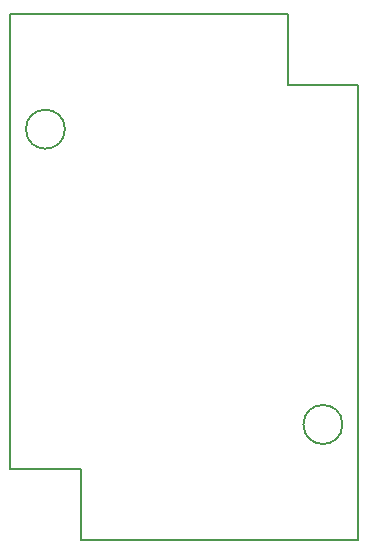
<source format=gbr>
G04 #@! TF.GenerationSoftware,KiCad,Pcbnew,5.1.5+dfsg1-2build2*
G04 #@! TF.CreationDate,2021-01-26T01:31:42+03:00*
G04 #@! TF.ProjectId,usb_ISO,7573625f-4953-44f2-9e6b-696361645f70,rev?*
G04 #@! TF.SameCoordinates,Original*
G04 #@! TF.FileFunction,Profile,NP*
%FSLAX46Y46*%
G04 Gerber Fmt 4.6, Leading zero omitted, Abs format (unit mm)*
G04 Created by KiCad (PCBNEW 5.1.5+dfsg1-2build2) date 2021-01-26 01:31:42*
%MOMM*%
%LPD*%
G04 APERTURE LIST*
%ADD10C,0.200000*%
G04 APERTURE END LIST*
D10*
X128050000Y-100550000D02*
G75*
G03X128050000Y-100550000I-1650000J0D01*
G01*
X104550000Y-75550000D02*
G75*
G03X104550000Y-75550000I-1650000J0D01*
G01*
X99900000Y-65800000D02*
X99900000Y-104300000D01*
X123400000Y-65800000D02*
X99900000Y-65800000D01*
X123400000Y-71800000D02*
X123400000Y-65800000D01*
X129400000Y-71800000D02*
X123400000Y-71800000D01*
X129400000Y-110300000D02*
X129400000Y-71800000D01*
X105900000Y-110300000D02*
X129400000Y-110300000D01*
X105900000Y-104300000D02*
X105900000Y-110300000D01*
X99900000Y-104300000D02*
X105900000Y-104300000D01*
M02*

</source>
